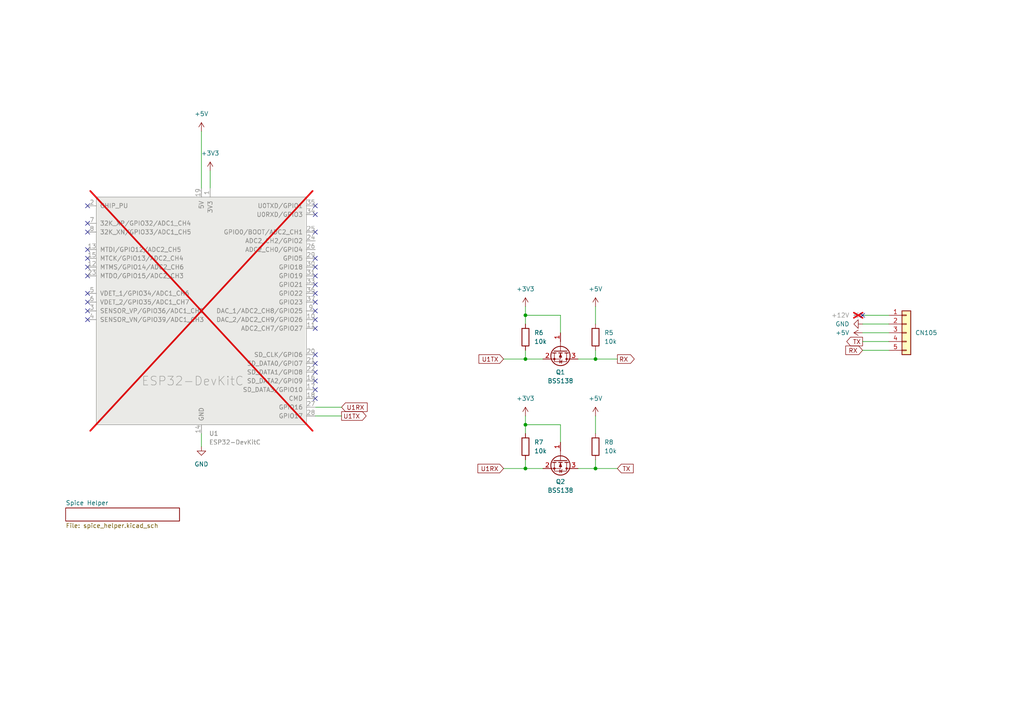
<source format=kicad_sch>
(kicad_sch (version 20230121) (generator eeschema)
  (paper "A4")
  (title_block (title "MEL CN105 Adapter") (date "24.12.2023"))
  (lib_symbols
    (symbol "Connector_Generic:Conn_01x05" (pin_names (offset 1.016) hide)
      (property "Reference" "J" (at 0 7.62 0))
      (property "Value" "Conn_01x05" (at 0 -7.62 0))
      (symbol "Conn_01x05_1_1"
        (rectangle (start -1.27 -4.953) (end 0 -5.207) (stroke (width 0.1524)))
        (rectangle (start -1.27 -2.413) (end 0 -2.667) (stroke (width 0.1524)))
        (rectangle (start -1.27 0.127) (end 0 -0.127) (stroke (width 0.1524)))
        (rectangle (start -1.27 2.667) (end 0 2.413) (stroke (width 0.1524)))
        (rectangle (start -1.27 5.207) (end 0 4.953) (stroke (width 0.1524)))
        (rectangle (start -1.27 6.35) (end 1.27 -6.35) (stroke (width 0.254)) (fill (type background)))
        (pin passive line (at -5.08 5.08 0) (length 3.81) (name "Pin_1") (number "1"))
        (pin passive line (at -5.08 2.54 0) (length 3.81) (name "Pin_2") (number "2"))
        (pin passive line (at -5.08 0 0) (length 3.81) (name "Pin_3") (number "3"))
        (pin passive line (at -5.08 -2.54 0) (length 3.81) (name "Pin_4") (number "4"))
        (pin passive line (at -5.08 -5.08 0) (length 3.81) (name "Pin_5") (number "5"))
      )
    )
    (symbol "Device:R" (pin_numbers hide) (pin_names (offset 0))
      (property "Reference" "R" (at 2.032 0 90))
      (property "Value" "R" (at 0 0 90))
      (symbol "R_0_1"
        (rectangle (start -1.016 -2.54) (end 1.016 2.54) (stroke (width 0.254)))
      )
      (symbol "R_1_1"
        (pin passive line (at 0 3.81 270) (length 1.27) (name "~") (number "1"))
        (pin passive line (at 0 -3.81 90) (length 1.27) (name "~") (number "2"))
      )
    )
    (symbol "PCM_Espressif:ESP32-DevKitC" (pin_names (offset 1.016))
      (property "Reference" "U" (at -30.48 38.1 0))
      (property "Value" "ESP32-DevKitC" (at -30.48 35.56 0))
      (symbol "ESP32-DevKitC_0_0"
        (text "ESP32-DevKitC" (at -2.54 -20.32 0) (effects (font (size 2.54 2.54))))
        (pin power_in line (at 0 -35.56 90) (length 2.54) (name "GND") (number "14"))
        (pin power_in line (at 0 35.56 270) (length 2.54) (name "5V") (number "19"))
      )
      (symbol "ESP32-DevKitC_0_1"
        (rectangle (start -30.48 33.02) (end 30.48 -33.02) (fill (type background)))
      )
      (symbol "ESP32-DevKitC_1_1"
        (pin power_in line (at 2.54 35.56 270) (length 2.54) (name "3V3") (number "1"))
        (pin bidirectional line (at 33.02 -2.54 180) (length 2.54) (name "DAC_2/ADC2_CH9/GPIO26") (number "10"))
        (pin bidirectional line (at 33.02 -5.08 180) (length 2.54) (name "ADC2_CH7/GPIO27") (number "11"))
        (pin bidirectional line (at -33.02 12.7 0) (length 2.54) (name "MTMS/GPIO14/ADC2_CH6") (number "12"))
        (pin bidirectional line (at -33.02 17.78 0) (length 2.54) (name "MTDI/GPIO12/ADC2_CH5") (number "13"))
        (pin bidirectional line (at -33.02 15.24 0) (length 2.54) (name "MTCK/GPIO13/ADC2_CH4") (number "15"))
        (pin bidirectional line (at 33.02 -20.32 180) (length 2.54) (name "SD_DATA2/GPIO9") (number "16"))
        (pin bidirectional line (at 33.02 -22.86 180) (length 2.54) (name "SD_DATA3/GPIO10") (number "17"))
        (pin bidirectional line (at 33.02 -25.4 180) (length 2.54) (name "CMD") (number "18"))
        (pin input line (at -33.02 30.48 0) (length 2.54) (name "CHIP_PU") (number "2"))
        (pin bidirectional line (at 33.02 -12.7 180) (length 2.54) (name "SD_CLK/GPIO6") (number "20"))
        (pin bidirectional line (at 33.02 -15.24 180) (length 2.54) (name "SD_DATA0/GPIO7") (number "21"))
        (pin bidirectional line (at 33.02 -17.78 180) (length 2.54) (name "SD_DATA1/GPIO8") (number "22"))
        (pin bidirectional line (at -33.02 10.16 0) (length 2.54) (name "MTDO/GPIO15/ADC2_CH3") (number "23"))
        (pin bidirectional line (at 33.02 20.32 180) (length 2.54) (name "ADC2_CH2/GPIO2") (number "24"))
        (pin bidirectional line (at 33.02 22.86 180) (length 2.54) (name "GPIO0/BOOT/ADC2_CH1") (number "25"))
        (pin bidirectional line (at 33.02 17.78 180) (length 2.54) (name "ADC2_CH0/GPIO4") (number "26"))
        (pin bidirectional line (at 33.02 -27.94 180) (length 2.54) (name "GPIO16") (number "27"))
        (pin bidirectional line (at 33.02 -30.48 180) (length 2.54) (name "GPIO17") (number "28"))
        (pin bidirectional line (at 33.02 15.24 180) (length 2.54) (name "GPIO5") (number "29"))
        (pin input line (at -33.02 0 0) (length 2.54) (name "SENSOR_VP/GPIO36/ADC1_CH0") (number "3"))
        (pin bidirectional line (at 33.02 12.7 180) (length 2.54) (name "GPIO18") (number "30"))
        (pin bidirectional line (at 33.02 10.16 180) (length 2.54) (name "GPIO19") (number "31"))
        (pin passive line (at 0 -35.56 90) (length 2.54) hide (name "GND") (number "32"))
        (pin bidirectional line (at 33.02 7.62 180) (length 2.54) (name "GPIO21") (number "33"))
        (pin bidirectional line (at 33.02 27.94 180) (length 2.54) (name "U0RXD/GPIO3") (number "34"))
        (pin bidirectional line (at 33.02 30.48 180) (length 2.54) (name "U0TXD/GPIO1") (number "35"))
        (pin bidirectional line (at 33.02 5.08 180) (length 2.54) (name "GPIO22") (number "36"))
        (pin bidirectional line (at 33.02 2.54 180) (length 2.54) (name "GPIO23") (number "37"))
        (pin passive line (at 0 -35.56 90) (length 2.54) hide (name "GND") (number "38"))
        (pin input line (at -33.02 -2.54 0) (length 2.54) (name "SENSOR_VN/GPIO39/ADC1_CH3") (number "4"))
        (pin input line (at -33.02 5.08 0) (length 2.54) (name "VDET_1/GPIO34/ADC1_CH6") (number "5"))
        (pin input line (at -33.02 2.54 0) (length 2.54) (name "VDET_2/GPIO35/ADC1_CH7") (number "6"))
        (pin bidirectional line (at -33.02 25.4 0) (length 2.54) (name "32K_XP/GPIO32/ADC1_CH4") (number "7"))
        (pin bidirectional line (at -33.02 22.86 0) (length 2.54) (name "32K_XN/GPIO33/ADC1_CH5") (number "8"))
        (pin bidirectional line (at 33.02 0 180) (length 2.54) (name "DAC_1/ADC2_CH8/GPIO25") (number "9"))
      )
    )
    (symbol "Transistor_FET:BSS138" (pin_names hide)
      (property "Reference" "Q" (at 5.08 1.905 0))
      (property "Value" "BSS138" (at 5.08 0 0))
      (symbol "BSS138_0_1"
        (polyline (pts (xy 0.254 0) (xy -2.54 0)))
        (polyline (pts (xy 0.254 1.905) (xy 0.254 -1.905)) (stroke (width 0.254)))
        (polyline (pts (xy 0.762 -1.27) (xy 0.762 -2.286)) (stroke (width 0.254)))
        (polyline (pts (xy 0.762 0.508) (xy 0.762 -0.508)) (stroke (width 0.254)))
        (polyline (pts (xy 0.762 2.286) (xy 0.762 1.27)) (stroke (width 0.254)))
        (polyline (pts (xy 2.54 2.54) (xy 2.54 1.778)))
        (polyline (pts (xy 2.54 -2.54) (xy 2.54 0) (xy 0.762 0)))
        (polyline (pts (xy 0.762 -1.778) (xy 3.302 -1.778) (xy 3.302 1.778) (xy 0.762 1.778)))
        (polyline (pts (xy 1.016 0) (xy 2.032 0.381) (xy 2.032 -0.381) (xy 1.016 0)) (fill (type outline)))
        (polyline (pts (xy 2.794 0.508) (xy 2.921 0.381) (xy 3.683 0.381) (xy 3.81 0.254)))
        (polyline (pts (xy 3.302 0.381) (xy 2.921 -0.254) (xy 3.683 -0.254) (xy 3.302 0.381)))
        (circle (center 1.651 0) (radius 2.794) (stroke (width 0.254)))
        (circle (center 2.54 -1.778) (radius 0.254) (fill (type outline)))
        (circle (center 2.54 1.778) (radius 0.254) (fill (type outline)))
      )
      (symbol "BSS138_1_1"
        (pin input line (at -5.08 0 0) (length 2.54) (name "G") (number "1"))
        (pin passive line (at 2.54 -5.08 90) (length 2.54) (name "S") (number "2"))
        (pin passive line (at 2.54 5.08 270) (length 2.54) (name "D") (number "3"))
      )
    )
    (symbol "power:+12V" (power) (pin_names (offset 0))
      (property "Value" "+12V" (at 0 3.556 0))
      (symbol "+12V_0_1"
        (polyline (pts (xy -0.762 1.27) (xy 0 2.54)))
        (polyline (pts (xy 0 0) (xy 0 2.54)))
        (polyline (pts (xy 0 2.54) (xy 0.762 1.27)))
      )
      (symbol "+12V_1_1"
        (pin power_in line (at 0 0 90) (length 0) hide (name "+12V") (number "1"))
      )
    )
    (symbol "power:+3V3" (power) (pin_names (offset 0))
      (property "Value" "+3V3" (at 0 3.556 0))
      (symbol "+3V3_0_1"
        (polyline (pts (xy -0.762 1.27) (xy 0 2.54)))
        (polyline (pts (xy 0 0) (xy 0 2.54)))
        (polyline (pts (xy 0 2.54) (xy 0.762 1.27)))
      )
      (symbol "+3V3_1_1"
        (pin power_in line (at 0 0 90) (length 0) hide (name "+3V3") (number "1"))
      )
    )
    (symbol "power:+5V" (power) (pin_names (offset 0))
      (property "Value" "+5V" (at 0 3.556 0))
      (symbol "+5V_0_1"
        (polyline (pts (xy -0.762 1.27) (xy 0 2.54)))
        (polyline (pts (xy 0 0) (xy 0 2.54)))
        (polyline (pts (xy 0 2.54) (xy 0.762 1.27)))
      )
      (symbol "+5V_1_1"
        (pin power_in line (at 0 0 90) (length 0) hide (name "+5V") (number "1"))
      )
    )
    (symbol "power:GND" (power) (pin_names (offset 0))
      (property "Value" "GND" (at 0 -3.81 0))
      (symbol "GND_0_1"
        (polyline (pts (xy 0 0) (xy 0 -1.27) (xy 1.27 -1.27) (xy 0 -2.54) (xy -1.27 -1.27) (xy 0 -1.27)))
      )
      (symbol "GND_1_1"
        (pin power_in line (at 0 0 270) (length 0) hide (name "GND") (number "1"))
      )
    )
  )
  (junction (at 152.4 123.19))
  (junction (at 172.72 104.14))
  (junction (at 152.4 91.44))
  (junction (at 172.72 135.89))
  (junction (at 152.4 104.14))
  (junction (at 152.4 135.89))
  (no_connect (at 250.19 91.44))
  (no_connect (at 25.4 72.39))
  (no_connect (at 91.44 115.57))
  (no_connect (at 91.44 77.47))
  (no_connect (at 25.4 59.69))
  (no_connect (at 25.4 87.63))
  (no_connect (at 91.44 87.63))
  (no_connect (at 91.44 110.49))
  (no_connect (at 91.44 67.31))
  (no_connect (at 91.44 85.09))
  (no_connect (at 91.44 62.23))
  (no_connect (at 25.4 77.47))
  (no_connect (at 91.44 107.95))
  (no_connect (at 25.4 74.93))
  (no_connect (at 25.4 85.09))
  (no_connect (at 91.44 105.41))
  (no_connect (at 91.44 74.93))
  (no_connect (at 25.4 90.17))
  (no_connect (at 25.4 64.77))
  (no_connect (at 91.44 82.55))
  (no_connect (at 91.44 90.17))
  (no_connect (at 25.4 92.71))
  (no_connect (at 91.44 113.03))
  (no_connect (at 91.44 80.01))
  (no_connect (at 91.44 95.25))
  (no_connect (at 91.44 102.87))
  (no_connect (at 91.44 92.71))
  (no_connect (at 91.44 59.69))
  (no_connect (at 25.4 67.31))
  (no_connect (at 25.4 80.01))
  (wire (pts (xy 162.56 91.44) (xy 152.4 91.44)))
  (wire (pts (xy 250.19 91.44) (xy 257.81 91.44)))
  (wire (pts (xy 146.05 104.14) (xy 152.4 104.14)))
  (wire (pts (xy 167.64 104.14) (xy 172.72 104.14)))
  (wire (pts (xy 58.42 125.73) (xy 58.42 129.54)))
  (wire (pts (xy 152.4 101.6) (xy 152.4 104.14)))
  (wire (pts (xy 91.44 118.11) (xy 99.06 118.11)))
  (wire (pts (xy 152.4 120.65) (xy 152.4 123.19)))
  (wire (pts (xy 167.64 135.89) (xy 172.72 135.89)))
  (wire (pts (xy 250.19 101.6) (xy 257.81 101.6)))
  (wire (pts (xy 162.56 128.27) (xy 162.56 123.19)))
  (wire (pts (xy 152.4 88.9) (xy 152.4 91.44)))
  (wire (pts (xy 172.72 133.35) (xy 172.72 135.89)))
  (wire (pts (xy 91.44 120.65) (xy 99.06 120.65)))
  (wire (pts (xy 152.4 133.35) (xy 152.4 135.89)))
  (wire (pts (xy 152.4 104.14) (xy 157.48 104.14)))
  (wire (pts (xy 152.4 123.19) (xy 152.4 125.73)))
  (wire (pts (xy 172.72 101.6) (xy 172.72 104.14)))
  (wire (pts (xy 172.72 120.65) (xy 172.72 125.73)))
  (wire (pts (xy 250.19 99.06) (xy 257.81 99.06)))
  (wire (pts (xy 152.4 135.89) (xy 157.48 135.89)))
  (wire (pts (xy 172.72 88.9) (xy 172.72 93.98)))
  (wire (pts (xy 172.72 104.14) (xy 179.07 104.14)))
  (wire (pts (xy 250.19 96.52) (xy 257.81 96.52)))
  (wire (pts (xy 172.72 135.89) (xy 179.07 135.89)))
  (wire (pts (xy 146.05 135.89) (xy 152.4 135.89)))
  (wire (pts (xy 152.4 91.44) (xy 152.4 93.98)))
  (wire (pts (xy 250.19 93.98) (xy 257.81 93.98)))
  (wire (pts (xy 58.42 38.1) (xy 58.42 54.61)))
  (wire (pts (xy 60.96 49.53) (xy 60.96 54.61)))
  (wire (pts (xy 162.56 91.44) (xy 162.56 96.52)))
  (wire (pts (xy 162.56 123.19) (xy 152.4 123.19)))
  (global_label "RX" (shape input) (at 250.19 101.6 180) (property "Intersheetrefs" "${INTERSHEET_REFS}" (effects hide)))
  (global_label "TX" (shape output) (at 250.19 99.06 180) (property "Intersheetrefs" "${INTERSHEET_REFS}" (effects hide)))
  (global_label "U1RX" (shape input) (at 146.05 135.89 180) (property "Intersheetrefs" "${INTERSHEET_REFS}" (effects hide)))
  (global_label "U1RX" (shape input) (at 99.06 118.11 0) (property "Intersheetrefs" "${INTERSHEET_REFS}" (effects hide)))
  (global_label "TX" (shape input) (at 179.07 135.89 0) (property "Intersheetrefs" "${INTERSHEET_REFS}" (effects hide)))
  (global_label "U1TX" (shape output) (at 99.06 120.65 0) (property "Intersheetrefs" "${INTERSHEET_REFS}" (effects hide)))
  (global_label "RX" (shape output) (at 179.07 104.14 0) (property "Intersheetrefs" "${INTERSHEET_REFS}" (effects hide)))
  (global_label "U1TX" (shape input) (at 146.05 104.14 180) (property "Intersheetrefs" "${INTERSHEET_REFS}" (effects hide)))
  (symbol (lib_id "PCM_Espressif:ESP32-DevKitC") (at 58.42 90.17 0) (unit 1) (in_bom no) (dnp yes)
    (property "Reference" "U1" (at 60.6141 125.73 0) (effects (justify left)))
    (property "Value" "ESP32-DevKitC" (at 60.6141 128.27 0) (effects (justify left)))
    (property "Footprint" "Custom_PCM_Espressif:ESP32-DevKitC (no overhang)" (effects hide))
    (property "Datasheet" "https://docs.espressif.com/projects/esp-idf/zh_CN/latest/esp32/hw-reference/esp32/get-started-devkitc.html" (effects hide))
    (property "Sim.Enable" "0" (effects hide))
  )
  (symbol (lib_id "power:+5V") (at 172.72 120.65 0) (unit 1)
    (property "Reference" "#PWR08" (effects hide))
    (property "Value" "+5V" (at 172.72 115.57 0))
    (property "Sim.Enable" "0" (effects hide))
  )
  (symbol (lib_id "Device:R") (at 172.72 129.54 0) (unit 1)
    (property "Reference" "R8" (at 175.26 128.27 0) (effects (justify left)))
    (property "Value" "10k" (at 175.26 130.81 0) (effects (justify left)))
    (property "Footprint" "Resistor_SMD:R_0603_1608Metric_Pad0.98x0.95mm_HandSolder" (effects hide))
    (property "JLC" "C22966" (effects hide))
  )
  (symbol (lib_id "Transistor_FET:BSS138") (at 162.56 133.35 270) (unit 1)
    (property "Reference" "Q2" (at 162.56 139.7 90))
    (property "Value" "BSS138" (at 162.56 142.24 90))
    (property "Footprint" "Package_TO_SOT_SMD:SOT-23" (effects hide))
    (property "Datasheet" "https://www.onsemi.com/pub/Collateral/BSS138-D.PDF" (effects hide))
    (property "Sim.Library" "KiCad-Spice-Library/Models/uncategorized/spice_complete/BSS_L0.LIB" (effects hide))
    (property "Sim.Name" "BSS-138" (effects hide))
    (property "Sim.Device" "SUBCKT" (effects hide))
    (property "Sim.Pins" "1=1 2=2 3=3" (effects hide))
  )
  (symbol (lib_id "power:GND") (at 58.42 129.54 0) (unit 1)
    (property "Reference" "#PWR010" (effects hide))
    (property "Value" "GND" (at 58.42 134.62 0))
    (property "Sim.Enable" "0" (effects hide))
  )
  (symbol (lib_id "Device:R") (at 152.4 97.79 0) (unit 1)
    (property "Reference" "R6" (at 154.94 96.52 0) (effects (justify left)))
    (property "Value" "10k" (at 154.94 99.06 0) (effects (justify left)))
    (property "Footprint" "Resistor_SMD:R_0603_1608Metric_Pad0.98x0.95mm_HandSolder" (effects hide))
    (property "JLC" "C22966" (effects hide))
    (property "Sim.Device" "R" (effects hide))
    (property "Sim.Pins" "1=+ 2=-" (effects hide))
  )
  (symbol (lib_id "power:GND") (at 250.19 93.98 270) (unit 1)
    (property "Reference" "#PWR06" (effects hide))
    (property "Value" "GND" (at 246.38 93.98 90) (effects (justify right)))
    (property "Sim.Enable" "0" (effects hide))
  )
  (symbol (lib_id "power:+5V") (at 172.72 88.9 0) (unit 1)
    (property "Reference" "#PWR07" (effects hide))
    (property "Value" "+5V" (at 172.72 83.82 0))
    (property "Sim.Enable" "0" (effects hide))
  )
  (symbol (lib_id "Transistor_FET:BSS138") (at 162.56 101.6 270) (unit 1)
    (property "Reference" "Q1" (at 162.56 107.95 90))
    (property "Value" "BSS138" (at 162.56 110.49 90))
    (property "Footprint" "Package_TO_SOT_SMD:SOT-23" (effects hide))
    (property "Datasheet" "https://www.onsemi.com/pub/Collateral/BSS138-D.PDF" (effects hide))
    (property "Sim.Library" "KiCad-Spice-Library/Models/uncategorized/spice_complete/BSS_L0.LIB" (effects hide))
    (property "Sim.Name" "BSS-138" (effects hide))
    (property "Sim.Device" "SUBCKT" (effects hide))
    (property "Sim.Pins" "1=1 2=2 3=3" (effects hide))
  )
  (symbol (lib_id "Device:R") (at 172.72 97.79 0) (unit 1)
    (property "Reference" "R5" (at 175.26 96.52 0) (effects (justify left)))
    (property "Value" "10k" (at 175.26 99.06 0) (effects (justify left)))
    (property "Footprint" "Resistor_SMD:R_0603_1608Metric_Pad0.98x0.95mm_HandSolder" (effects hide))
    (property "JLC" "C22966" (effects hide))
  )
  (symbol (lib_id "Device:R") (at 152.4 129.54 0) (unit 1)
    (property "Reference" "R7" (at 154.94 128.27 0) (effects (justify left)))
    (property "Value" "10k" (at 154.94 130.81 0) (effects (justify left)))
    (property "Footprint" "Resistor_SMD:R_0603_1608Metric_Pad0.98x0.95mm_HandSolder" (effects hide))
    (property "JLC" "C22966" (effects hide))
  )
  (symbol (lib_id "power:+3V3") (at 152.4 88.9 0) (unit 1)
    (property "Reference" "#PWR020" (effects hide))
    (property "Value" "+3V3" (at 152.4 83.82 0))
  )
  (symbol (lib_id "Connector_Generic:Conn_01x05") (at 262.89 96.52 0) (unit 1)
    (property "Reference" "CN105" (at 265.43 96.52 0) (effects (justify left)))
    (property "Footprint" "Custom_Connector_JST_PA:JST_PA_SM05B-PASS_1x5_P2.00mm_Horizontal" (effects hide))
    (property "JLC" "C379014" (effects hide))
    (property "Sim.Enable" "0" (effects hide))
  )
  (symbol (lib_id "power:+5V") (at 250.19 96.52 90) (unit 1)
    (property "Reference" "#PWR03" (effects hide))
    (property "Value" "+5V" (at 246.38 96.52 90) (effects (justify left)))
    (property "Sim.Enable" "0" (effects hide))
  )
  (symbol (lib_id "power:+5V") (at 58.42 38.1 0) (unit 1)
    (property "Reference" "#PWR013" (effects hide))
    (property "Value" "+5V" (at 58.42 33.02 0))
    (property "Sim.Enable" "0" (effects hide))
  )
  (symbol (lib_id "power:+3V3") (at 152.4 120.65 0) (unit 1)
    (property "Reference" "#PWR09" (effects hide))
    (property "Value" "+3V3" (at 152.4 115.57 0))
  )
  (symbol (lib_id "power:+3V3") (at 60.96 49.53 0) (unit 1)
    (property "Reference" "#PWR015" (effects hide))
    (property "Value" "+3V3" (at 60.96 44.45 0))
    (property "Sim.Enable" "0" (effects hide))
  )
  (symbol (lib_id "power:+12V") (at 250.19 91.44 90) (unit 1) (in_bom no) (on_board no) (dnp yes)
    (property "Reference" "#PWR019" (effects hide))
    (property "Value" "+12V" (at 246.38 91.44 90) (effects (justify left)))
    (property "Sim.Enable" "0" (effects hide))
  )
  (sheet (at 19.05 147.32) (size 33.02 3.81) (stroke (width 0.1524))
    (property "Sheetname" "Spice Helper" (at 19.05 146.6084 0) (effects (justify left bottom)))
    (property "Sheetfile" "spice_helper.kicad_sch" (at 19.05 151.7146 0) (effects (justify left top)))
  )
)
</source>
